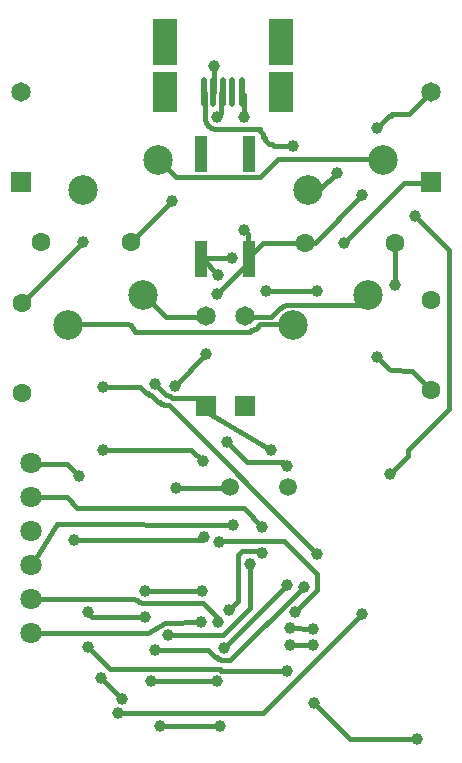
<source format=gbr>
G04 #@! TF.FileFunction,Copper,L2,Bot,Signal*
%FSLAX46Y46*%
G04 Gerber Fmt 4.6, Leading zero omitted, Abs format (unit mm)*
G04 Created by KiCad (PCBNEW 4.0.2-stable) date Tuesday, August 23, 2016 'PMt' 05:42:50 PM*
%MOMM*%
G01*
G04 APERTURE LIST*
%ADD10C,0.020000*%
%ADD11R,2.049780X4.000500*%
%ADD12R,2.049780X3.500120*%
%ADD13O,0.500400X2.500000*%
%ADD14C,1.600000*%
%ADD15R,1.000000X3.100000*%
%ADD16C,1.501140*%
%ADD17C,2.499360*%
%ADD18C,1.651000*%
%ADD19R,1.651000X1.651000*%
%ADD20C,1.800000*%
%ADD21C,1.000000*%
%ADD22C,0.406400*%
G04 APERTURE END LIST*
D10*
D11*
X229181660Y-145381980D03*
X219331540Y-145381980D03*
D12*
X219331540Y-149633940D03*
X229181660Y-149633940D03*
D13*
X224256600Y-149633900D03*
X223456500Y-149633900D03*
X222656400Y-149633900D03*
X225056700Y-149633900D03*
X225856800Y-149633900D03*
D14*
X241909600Y-167233600D03*
X241909600Y-174853600D03*
D15*
X226461300Y-163758800D03*
X222460800Y-154858800D03*
X226458800Y-154858800D03*
X222460800Y-163758800D03*
D16*
X229745540Y-183108600D03*
X224863660Y-183108600D03*
D17*
X217525600Y-166801800D03*
X211175600Y-169341800D03*
X236575600Y-166801800D03*
X230225600Y-169341800D03*
X212445600Y-157911800D03*
X218795600Y-155371800D03*
X231495600Y-157911800D03*
X237845600Y-155371800D03*
D18*
X222808800Y-168605200D03*
D19*
X222808800Y-176225200D03*
D18*
X226187000Y-168605200D03*
D19*
X226187000Y-176225200D03*
D18*
X207162400Y-149682200D03*
D19*
X207162400Y-157302200D03*
D18*
X241858800Y-149682200D03*
D19*
X241858800Y-157302200D03*
D14*
X207238600Y-175133000D03*
X207238600Y-167513000D03*
X208889600Y-162306000D03*
X216509600Y-162306000D03*
X231267000Y-162407600D03*
X238887000Y-162407600D03*
D20*
X208013300Y-195440300D03*
X208013300Y-186829700D03*
X208013300Y-192570100D03*
X207987900Y-183959500D03*
X208013300Y-189699900D03*
X207987900Y-181089300D03*
D21*
X218567000Y-174371000D03*
X228346000Y-179984400D03*
X234569000Y-162433000D03*
X229743000Y-191389000D03*
X224409000Y-196723000D03*
X231140000Y-191516000D03*
X218541600Y-196900800D03*
X236067600Y-158394400D03*
X240538000Y-160147000D03*
X238429800Y-182016400D03*
X223774000Y-166751000D03*
X222885000Y-171831000D03*
X220218000Y-174498000D03*
X212090000Y-182118000D03*
X226060000Y-161290000D03*
X226060000Y-151765000D03*
X217678000Y-191897000D03*
X222504000Y-191897000D03*
X229946200Y-196469000D03*
X231902000Y-196469000D03*
X224028000Y-203327000D03*
X218948000Y-203327000D03*
X230403400Y-193675000D03*
X223977200Y-187706000D03*
X240741200Y-204419200D03*
X232029000Y-201371200D03*
X230251000Y-154178000D03*
X212852000Y-193675000D03*
X217678000Y-194056000D03*
X213995000Y-199263000D03*
X215773000Y-201041000D03*
X218186000Y-199517000D03*
X223774000Y-199517000D03*
X233934000Y-156464000D03*
X237363000Y-152654000D03*
X214096600Y-179959000D03*
X222554800Y-180924200D03*
X224612200Y-179273200D03*
X229692200Y-181305200D03*
X211709000Y-187553600D03*
X222681800Y-187350400D03*
X220345000Y-183134000D03*
X229920800Y-195046600D03*
X231902000Y-195072000D03*
X237363000Y-172085000D03*
X232283000Y-166497000D03*
X227965000Y-166497000D03*
X225044000Y-163703000D03*
X223901000Y-165100000D03*
X226568000Y-189611000D03*
X219633800Y-195630800D03*
X225171000Y-186283600D03*
X232283000Y-188722000D03*
X214122000Y-174625000D03*
X212852000Y-196596000D03*
X229743000Y-198628000D03*
X238887000Y-165989000D03*
X236093000Y-193802000D03*
X215392000Y-202184000D03*
X219964000Y-158877000D03*
X223774000Y-151765000D03*
X212471000Y-162306000D03*
X223520000Y-147447000D03*
X223850200Y-194538600D03*
X224764600Y-193497200D03*
X227558600Y-188645800D03*
X227584000Y-186436000D03*
X222453200Y-194513200D03*
D22*
X219456000Y-175260000D02*
X218567000Y-174371000D01*
X219583000Y-175260000D02*
X219456000Y-175260000D01*
X219710000Y-175387000D02*
X219583000Y-175260000D01*
X219837000Y-175387000D02*
X219710000Y-175387000D01*
X219964000Y-175514000D02*
X219837000Y-175387000D01*
X219964000Y-175514000D02*
X221996000Y-175514000D01*
X222808800Y-176225200D02*
X222631000Y-176149000D01*
X222631000Y-176149000D02*
X221996000Y-175514000D01*
X222808800Y-176225200D02*
X222758000Y-176276000D01*
X222758000Y-176276000D02*
X222758000Y-176657000D01*
X222758000Y-176657000D02*
X228346000Y-179984400D01*
X234569000Y-162433000D02*
X239649000Y-157353000D01*
X239649000Y-157353000D02*
X241808000Y-157353000D01*
X241808000Y-157353000D02*
X241858800Y-157302200D01*
X229743000Y-191389000D02*
X224409000Y-196723000D01*
X211251800Y-169265600D02*
X216255600Y-169265600D01*
X227457000Y-169291000D02*
X230251000Y-169291000D01*
X227076000Y-169672000D02*
X227457000Y-169291000D01*
X226949000Y-169672000D02*
X227076000Y-169672000D01*
X226822000Y-169799000D02*
X226949000Y-169672000D01*
X226695000Y-169799000D02*
X226822000Y-169799000D01*
X226568000Y-169926000D02*
X226695000Y-169799000D01*
X216839800Y-169926000D02*
X226568000Y-169926000D01*
X216509600Y-169392600D02*
X216839800Y-169926000D01*
X216382600Y-169392600D02*
X216509600Y-169392600D01*
X216255600Y-169265600D02*
X216382600Y-169392600D01*
X211251800Y-169265600D02*
X211175600Y-169341800D01*
X231140000Y-191516000D02*
X224917000Y-197739000D01*
X224917000Y-197739000D02*
X224155000Y-197739000D01*
X224155000Y-197739000D02*
X224028000Y-197612000D01*
X224028000Y-197612000D02*
X223901000Y-197612000D01*
X223901000Y-197612000D02*
X223774000Y-197485000D01*
X223774000Y-197485000D02*
X223647000Y-197485000D01*
X223647000Y-197485000D02*
X223012000Y-196850000D01*
X223012000Y-196850000D02*
X218541600Y-196900800D01*
X211175600Y-169341800D02*
X211201000Y-169291000D01*
X211201000Y-169291000D02*
X211328000Y-169418000D01*
X230251000Y-169291000D02*
X230225600Y-169341800D01*
X218795600Y-155371800D02*
X218821000Y-155321000D01*
X218821000Y-155321000D02*
X220345000Y-156845000D01*
X220345000Y-156845000D02*
X227457000Y-156845000D01*
X227457000Y-156845000D02*
X228981000Y-155321000D01*
X228981000Y-155321000D02*
X237871000Y-155321000D01*
X237871000Y-155321000D02*
X237845600Y-155371800D01*
X236067600Y-158394400D02*
X232054400Y-162407600D01*
X243433600Y-163042600D02*
X240538000Y-160147000D01*
X243433600Y-176479200D02*
X243433600Y-163042600D01*
X239953800Y-179959000D02*
X243433600Y-176479200D01*
X239953800Y-180492400D02*
X239953800Y-179959000D01*
X238429800Y-182016400D02*
X239953800Y-180492400D01*
X232054400Y-162407600D02*
X231267000Y-162407600D01*
X226461300Y-163758800D02*
X226441000Y-163703000D01*
X226441000Y-163703000D02*
X226441000Y-164084000D01*
X226441000Y-164084000D02*
X223774000Y-166751000D01*
X222885000Y-171831000D02*
X220218000Y-174498000D01*
X212090000Y-182118000D02*
X211074000Y-181102000D01*
X211074000Y-181102000D02*
X208026000Y-181102000D01*
X208026000Y-181102000D02*
X207987900Y-181089300D01*
X226461300Y-163758800D02*
X226441000Y-163703000D01*
X226441000Y-163703000D02*
X226441000Y-161671000D01*
X226441000Y-161671000D02*
X226060000Y-161290000D01*
X226060000Y-151765000D02*
X226060000Y-149860000D01*
X226060000Y-149860000D02*
X225806000Y-149606000D01*
X225806000Y-149606000D02*
X225856800Y-149633900D01*
X217678000Y-191897000D02*
X222504000Y-191897000D01*
X226461300Y-163758800D02*
X226441000Y-163703000D01*
X226441000Y-163703000D02*
X227711000Y-162433000D01*
X227711000Y-162433000D02*
X231267000Y-162433000D01*
X231267000Y-162433000D02*
X231267000Y-162407600D01*
X229946200Y-196469000D02*
X231902000Y-196469000D01*
X224028000Y-203327000D02*
X218948000Y-203327000D01*
X232257600Y-191820800D02*
X230403400Y-193675000D01*
X232257600Y-190449200D02*
X232257600Y-191820800D01*
X229463600Y-187655200D02*
X232257600Y-190449200D01*
X224053400Y-187629800D02*
X229463600Y-187655200D01*
X223977200Y-187706000D02*
X224053400Y-187629800D01*
X235077000Y-204419200D02*
X240741200Y-204419200D01*
X232029000Y-201371200D02*
X235077000Y-204419200D01*
X230251000Y-154178000D02*
X228600000Y-154178000D01*
X228600000Y-154178000D02*
X228473000Y-154051000D01*
X228473000Y-154051000D02*
X228219000Y-154051000D01*
X228219000Y-154051000D02*
X227838000Y-153670000D01*
X227838000Y-153670000D02*
X227838000Y-153543000D01*
X227838000Y-153543000D02*
X227711000Y-153416000D01*
X227711000Y-153416000D02*
X227711000Y-153162000D01*
X227711000Y-153162000D02*
X227457000Y-152908000D01*
X227457000Y-152908000D02*
X227457000Y-152781000D01*
X227457000Y-152781000D02*
X223520000Y-152781000D01*
X223520000Y-152781000D02*
X223393000Y-152654000D01*
X223393000Y-152654000D02*
X223266000Y-152654000D01*
X223266000Y-152654000D02*
X223139000Y-152527000D01*
X223139000Y-152527000D02*
X223012000Y-152527000D01*
X223012000Y-152527000D02*
X223012000Y-152400000D01*
X223012000Y-152400000D02*
X222885000Y-152273000D01*
X222885000Y-152273000D02*
X222885000Y-152146000D01*
X222885000Y-152146000D02*
X222758000Y-152019000D01*
X222758000Y-152019000D02*
X222758000Y-149733000D01*
X222758000Y-149733000D02*
X222631000Y-149606000D01*
X222631000Y-149606000D02*
X222656400Y-149633900D01*
X212852000Y-193675000D02*
X213233000Y-194056000D01*
X213233000Y-194056000D02*
X217678000Y-194056000D01*
X213995000Y-199263000D02*
X215773000Y-201041000D01*
X218186000Y-199517000D02*
X223774000Y-199517000D01*
X217525600Y-166801800D02*
X217551000Y-166751000D01*
X217551000Y-166751000D02*
X219456000Y-168656000D01*
X219456000Y-168656000D02*
X222758000Y-168656000D01*
X222758000Y-168656000D02*
X222808800Y-168605200D01*
X236575600Y-166801800D02*
X236601000Y-166751000D01*
X236601000Y-166751000D02*
X235712000Y-167640000D01*
X235712000Y-167640000D02*
X229616000Y-167640000D01*
X229616000Y-167640000D02*
X229489000Y-167767000D01*
X229489000Y-167767000D02*
X229362000Y-167767000D01*
X229362000Y-167767000D02*
X229235000Y-167894000D01*
X229235000Y-167894000D02*
X229108000Y-167894000D01*
X229108000Y-167894000D02*
X228346000Y-168656000D01*
X228346000Y-168656000D02*
X226187000Y-168656000D01*
X226187000Y-168656000D02*
X226187000Y-168605200D01*
X232537000Y-157861000D02*
X233934000Y-156464000D01*
X238379000Y-151638000D02*
X237363000Y-152654000D01*
X238506000Y-151638000D02*
X238379000Y-151638000D01*
X238633000Y-151511000D02*
X238506000Y-151638000D01*
X240030000Y-151511000D02*
X238633000Y-151511000D01*
X240030000Y-151511000D02*
X241858800Y-149682200D01*
X232537000Y-157861000D02*
X231521000Y-157861000D01*
X231521000Y-157861000D02*
X231495600Y-157911800D01*
X221589600Y-179959000D02*
X214096600Y-179959000D01*
X222554800Y-180924200D02*
X221589600Y-179959000D01*
X226339400Y-181000400D02*
X224612200Y-179273200D01*
X229387400Y-181000400D02*
X226339400Y-181000400D01*
X229692200Y-181305200D02*
X229387400Y-181000400D01*
X222478600Y-187553600D02*
X211709000Y-187553600D01*
X222681800Y-187350400D02*
X222478600Y-187553600D01*
X224863660Y-183108600D02*
X224917000Y-183134000D01*
X224917000Y-183134000D02*
X220345000Y-183134000D01*
X229920800Y-195046600D02*
X231902000Y-195072000D01*
X241909600Y-174853600D02*
X240284000Y-173228000D01*
X240284000Y-173228000D02*
X238480600Y-173202600D01*
X238480600Y-173202600D02*
X238353600Y-173075600D01*
X238353600Y-173075600D02*
X238379000Y-173101000D01*
X238379000Y-173101000D02*
X237363000Y-172085000D01*
X232283000Y-166497000D02*
X227965000Y-166497000D01*
X225044000Y-163703000D02*
X222504000Y-163703000D01*
X222504000Y-163703000D02*
X222460800Y-163758800D01*
X222460800Y-163758800D02*
X222504000Y-163703000D01*
X222504000Y-163703000D02*
X223901000Y-165100000D01*
X226568000Y-189611000D02*
X226568000Y-193294000D01*
X226568000Y-193294000D02*
X224282000Y-195580000D01*
X224282000Y-195580000D02*
X219633800Y-195630800D01*
X225171000Y-186283600D02*
X210210400Y-186258200D01*
X210210400Y-186258200D02*
X208026000Y-189738000D01*
X208026000Y-189738000D02*
X208013300Y-189699900D01*
X232283000Y-188722000D02*
X219710000Y-176149000D01*
X219710000Y-176149000D02*
X219329000Y-176149000D01*
X219329000Y-176149000D02*
X219202000Y-176022000D01*
X219202000Y-176022000D02*
X219075000Y-176022000D01*
X219075000Y-176022000D02*
X218948000Y-175895000D01*
X218948000Y-175895000D02*
X218821000Y-175895000D01*
X218821000Y-175895000D02*
X218186000Y-175260000D01*
X218186000Y-175260000D02*
X218059000Y-175260000D01*
X218059000Y-175260000D02*
X217932000Y-175133000D01*
X217932000Y-175133000D02*
X217805000Y-175133000D01*
X217805000Y-175133000D02*
X217297000Y-174625000D01*
X217297000Y-174625000D02*
X214122000Y-174625000D01*
X212852000Y-196596000D02*
X214757000Y-198501000D01*
X214757000Y-198501000D02*
X224028000Y-198501000D01*
X224028000Y-198501000D02*
X224155000Y-198628000D01*
X224155000Y-198628000D02*
X229743000Y-198628000D01*
X238887000Y-162407600D02*
X238887000Y-165989000D01*
X236093000Y-193802000D02*
X227711000Y-202184000D01*
X227711000Y-202184000D02*
X215392000Y-202184000D01*
X216509600Y-162306000D02*
X216535000Y-162306000D01*
X216535000Y-162306000D02*
X219964000Y-158877000D01*
X223774000Y-151765000D02*
X224155000Y-151384000D01*
X224155000Y-151384000D02*
X224155000Y-149733000D01*
X224155000Y-149733000D02*
X224282000Y-149606000D01*
X224282000Y-149606000D02*
X224256600Y-149633900D01*
X207238600Y-167513000D02*
X207264000Y-167513000D01*
X207264000Y-167513000D02*
X212471000Y-162306000D01*
X223520000Y-147447000D02*
X223520000Y-149606000D01*
X223520000Y-149606000D02*
X223456500Y-149633900D01*
X223850200Y-194157600D02*
X222605600Y-192913000D01*
X222605600Y-192913000D02*
X217424000Y-192913000D01*
X217424000Y-192913000D02*
X217297000Y-192786000D01*
X217297000Y-192786000D02*
X217170000Y-192786000D01*
X217170000Y-192786000D02*
X217043000Y-192659000D01*
X217043000Y-192659000D02*
X216916000Y-192659000D01*
X216916000Y-192659000D02*
X216789000Y-192532000D01*
X216789000Y-192532000D02*
X208026000Y-192532000D01*
X223850200Y-194538600D02*
X223850200Y-194157600D01*
X208026000Y-192532000D02*
X208013300Y-192570100D01*
X207987900Y-183959500D02*
X211035900Y-183959500D01*
X225526600Y-192735200D02*
X224764600Y-193497200D01*
X225526600Y-188874400D02*
X225526600Y-192735200D01*
X225882200Y-188518800D02*
X225526600Y-188874400D01*
X227431600Y-188518800D02*
X225882200Y-188518800D01*
X227558600Y-188645800D02*
X227431600Y-188518800D01*
X226034600Y-184886600D02*
X227584000Y-186436000D01*
X211963000Y-184886600D02*
X226034600Y-184886600D01*
X211035900Y-183959500D02*
X211963000Y-184886600D01*
X219405200Y-194614800D02*
X217957400Y-195453000D01*
X208026000Y-195453000D02*
X217957400Y-195453000D01*
X222453200Y-194513200D02*
X219405200Y-194614800D01*
X208026000Y-195453000D02*
X208013300Y-195440300D01*
M02*

</source>
